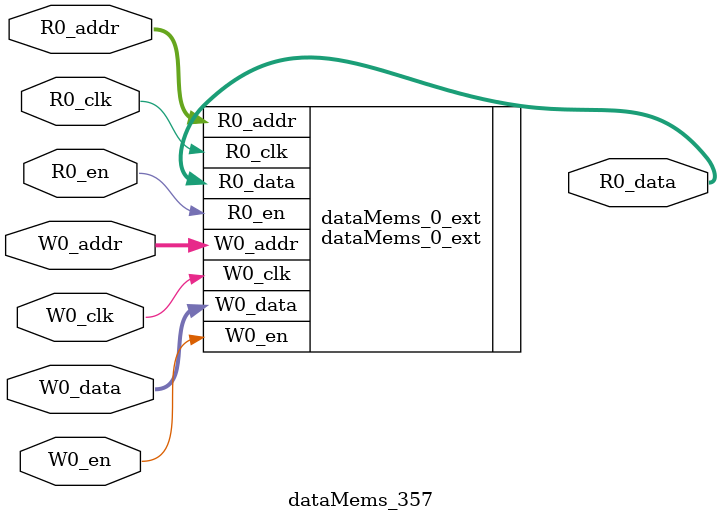
<source format=sv>
`ifndef RANDOMIZE
  `ifdef RANDOMIZE_REG_INIT
    `define RANDOMIZE
  `endif // RANDOMIZE_REG_INIT
`endif // not def RANDOMIZE
`ifndef RANDOMIZE
  `ifdef RANDOMIZE_MEM_INIT
    `define RANDOMIZE
  `endif // RANDOMIZE_MEM_INIT
`endif // not def RANDOMIZE

`ifndef RANDOM
  `define RANDOM $random
`endif // not def RANDOM

// Users can define 'PRINTF_COND' to add an extra gate to prints.
`ifndef PRINTF_COND_
  `ifdef PRINTF_COND
    `define PRINTF_COND_ (`PRINTF_COND)
  `else  // PRINTF_COND
    `define PRINTF_COND_ 1
  `endif // PRINTF_COND
`endif // not def PRINTF_COND_

// Users can define 'ASSERT_VERBOSE_COND' to add an extra gate to assert error printing.
`ifndef ASSERT_VERBOSE_COND_
  `ifdef ASSERT_VERBOSE_COND
    `define ASSERT_VERBOSE_COND_ (`ASSERT_VERBOSE_COND)
  `else  // ASSERT_VERBOSE_COND
    `define ASSERT_VERBOSE_COND_ 1
  `endif // ASSERT_VERBOSE_COND
`endif // not def ASSERT_VERBOSE_COND_

// Users can define 'STOP_COND' to add an extra gate to stop conditions.
`ifndef STOP_COND_
  `ifdef STOP_COND
    `define STOP_COND_ (`STOP_COND)
  `else  // STOP_COND
    `define STOP_COND_ 1
  `endif // STOP_COND
`endif // not def STOP_COND_

// Users can define INIT_RANDOM as general code that gets injected into the
// initializer block for modules with registers.
`ifndef INIT_RANDOM
  `define INIT_RANDOM
`endif // not def INIT_RANDOM

// If using random initialization, you can also define RANDOMIZE_DELAY to
// customize the delay used, otherwise 0.002 is used.
`ifndef RANDOMIZE_DELAY
  `define RANDOMIZE_DELAY 0.002
`endif // not def RANDOMIZE_DELAY

// Define INIT_RANDOM_PROLOG_ for use in our modules below.
`ifndef INIT_RANDOM_PROLOG_
  `ifdef RANDOMIZE
    `ifdef VERILATOR
      `define INIT_RANDOM_PROLOG_ `INIT_RANDOM
    `else  // VERILATOR
      `define INIT_RANDOM_PROLOG_ `INIT_RANDOM #`RANDOMIZE_DELAY begin end
    `endif // VERILATOR
  `else  // RANDOMIZE
    `define INIT_RANDOM_PROLOG_
  `endif // RANDOMIZE
`endif // not def INIT_RANDOM_PROLOG_

// Include register initializers in init blocks unless synthesis is set
`ifndef SYNTHESIS
  `ifndef ENABLE_INITIAL_REG_
    `define ENABLE_INITIAL_REG_
  `endif // not def ENABLE_INITIAL_REG_
`endif // not def SYNTHESIS

// Include rmemory initializers in init blocks unless synthesis is set
`ifndef SYNTHESIS
  `ifndef ENABLE_INITIAL_MEM_
    `define ENABLE_INITIAL_MEM_
  `endif // not def ENABLE_INITIAL_MEM_
`endif // not def SYNTHESIS

module dataMems_357(	// @[generators/ara/src/main/scala/UnsafeAXI4ToTL.scala:365:62]
  input  [4:0]  R0_addr,
  input         R0_en,
  input         R0_clk,
  output [66:0] R0_data,
  input  [4:0]  W0_addr,
  input         W0_en,
  input         W0_clk,
  input  [66:0] W0_data
);

  dataMems_0_ext dataMems_0_ext (	// @[generators/ara/src/main/scala/UnsafeAXI4ToTL.scala:365:62]
    .R0_addr (R0_addr),
    .R0_en   (R0_en),
    .R0_clk  (R0_clk),
    .R0_data (R0_data),
    .W0_addr (W0_addr),
    .W0_en   (W0_en),
    .W0_clk  (W0_clk),
    .W0_data (W0_data)
  );
endmodule


</source>
